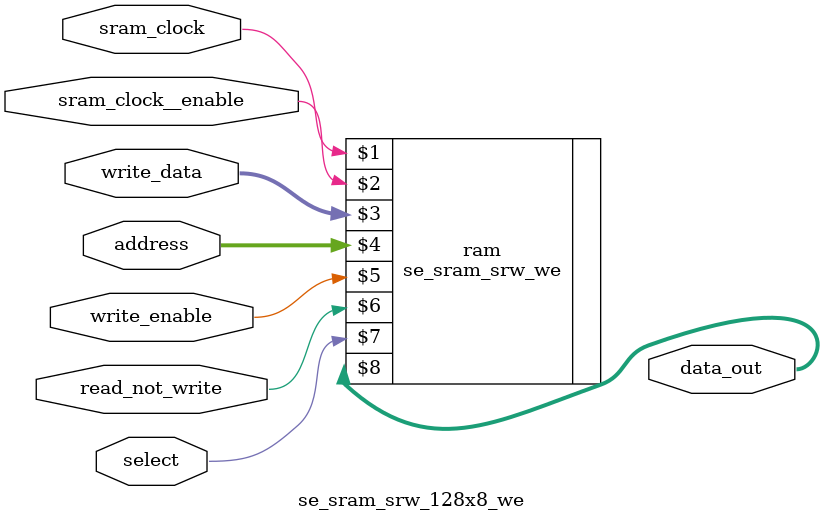
<source format=v>
module se_sram_srw_65536x16( sram_clock, sram_clock__enable, write_data, address, write_enable, read_not_write, select, data_out );
    parameter initfile="",address_width=16,data_width=16;
    input sram_clock, sram_clock__enable, select, read_not_write;
    input write_enable;
    input [address_width-1:0] address;
    input [data_width-1:0]    write_data;
    output [data_width-1:0]   data_out;
    se_sram_srw_we #(address_width,data_width,initfile) ram(sram_clock,sram_clock__enable,write_data,address, write_enable,read_not_write,select,data_out);
endmodule
//m se_sram_srw_65536x8
module se_sram_srw_65536x8( sram_clock, sram_clock__enable, write_data, address, write_enable, read_not_write, select, data_out );
    parameter initfile="",address_width=16,data_width=8;
    input sram_clock, sram_clock__enable, select, read_not_write;
    input write_enable;
    input [address_width-1:0] address;
    input [data_width-1:0]    write_data;
    output [data_width-1:0]   data_out;
    se_sram_srw_we #(address_width,data_width,initfile) ram(sram_clock,sram_clock__enable,write_data,address, write_enable,read_not_write,select,data_out);
endmodule
//m se_sram_srw_32768x64
module se_sram_srw_32768x64( sram_clock, sram_clock__enable, write_data, address, write_enable, read_not_write, select, data_out );
    parameter initfile="",address_width=15,data_width=64;
    input sram_clock, sram_clock__enable, select, read_not_write;
    input write_enable;
    input [address_width-1:0] address;
    input [data_width-1:0]    write_data;
    output [data_width-1:0]   data_out;
    se_sram_srw_we #(address_width,data_width,initfile) ram(sram_clock,sram_clock__enable,write_data,address, write_enable,read_not_write,select,data_out);
endmodule
//m se_sram_srw_32768x40
module se_sram_srw_32768x40( sram_clock, sram_clock__enable, write_data, address, write_enable, read_not_write, select, data_out );
    parameter initfile="",address_width=15,data_width=40;
    input sram_clock, sram_clock__enable, select, read_not_write;
    input write_enable;
    input [address_width-1:0] address;
    input [data_width-1:0]    write_data;
    output [data_width-1:0]   data_out;
    se_sram_srw_we #(address_width,data_width,initfile) ram(sram_clock,sram_clock__enable,write_data,address, write_enable,read_not_write,select,data_out);
endmodule
//m se_sram_srw_32768x32
module se_sram_srw_32768x32( sram_clock, sram_clock__enable, write_data, address, write_enable, read_not_write, select, data_out );
    parameter initfile="",address_width=15,data_width=32;
    input sram_clock, sram_clock__enable, select, read_not_write;
    input write_enable;
    input [address_width-1:0] address;
    input [data_width-1:0]    write_data;
    output [data_width-1:0]   data_out;
    se_sram_srw_we #(address_width,data_width,initfile) ram(sram_clock,sram_clock__enable,write_data,address, write_enable,read_not_write,select,data_out);
endmodule
//m se_sram_srw_16384x40
module se_sram_srw_16384x40( sram_clock, sram_clock__enable, write_data, address, read_not_write, select, data_out );
    parameter initfile="",address_width=14,data_width=40;
    input sram_clock, sram_clock__enable, select, read_not_write;
    input [address_width-1:0] address;
    input [data_width-1:0]    write_data;
    output [data_width-1:0]   data_out;
    se_sram_srw #(address_width,data_width,initfile) ram(sram_clock,sram_clock__enable,write_data,address,read_not_write,select,data_out);
endmodule
//m se_sram_srw_16384x8
module se_sram_srw_16384x8( sram_clock, sram_clock__enable, write_data, address, read_not_write, select, data_out );
    parameter initfile="",address_width=14,data_width=8;
    input sram_clock, sram_clock__enable, select, read_not_write;
    input [address_width-1:0] address;
    input [data_width-1:0]    write_data;
    output [data_width-1:0]   data_out;
    se_sram_srw #(address_width,data_width,initfile) ram(sram_clock,sram_clock__enable,write_data,address,read_not_write,select,data_out);
endmodule
//m se_sram_srw_16384x32_we8
module se_sram_srw_16384x32_we8( sram_clock, sram_clock__enable, write_data, address, write_enable, read_not_write, select, data_out );
    parameter initfile="",address_width=14,data_width=32;
    input sram_clock, sram_clock__enable, select, read_not_write;
    input [3:0]write_enable;
    input [address_width-1:0] address;
    input [data_width-1:0]    write_data;
    output [data_width-1:0]   data_out;
    se_sram_srw_we #(address_width,data_width,initfile) ram(sram_clock,sram_clock__enable,write_data,address, write_enable,read_not_write,select,data_out);
endmodule
//m se_sram_srw_256x40
module se_sram_srw_256x40( sram_clock, sram_clock__enable, write_data, address, read_not_write, select, data_out );
    parameter initfile="",address_width=8,data_width=40;
    input sram_clock, sram_clock__enable, select, read_not_write;
    input [address_width-1:0] address;
    input [data_width-1:0]    write_data;
    output [data_width-1:0]   data_out;
    se_sram_srw #(address_width,data_width,initfile) ram(sram_clock,sram_clock__enable,write_data,address,read_not_write,select,data_out);
endmodule
//m se_sram_srw_256x7
module se_sram_srw_256x7( sram_clock, sram_clock__enable, write_data, address, read_not_write, select, data_out );
    parameter initfile="",address_width=8,data_width=7;
    input sram_clock, sram_clock__enable, select, read_not_write;
    input [address_width-1:0] address;
    input [data_width-1:0]    write_data;
    output [data_width-1:0]   data_out;
    se_sram_srw #(address_width,data_width,initfile) ram(sram_clock,sram_clock__enable,write_data,address,read_not_write,select,data_out);
endmodule
//m se_sram_srw_128x64
module se_sram_srw_128x64( sram_clock, sram_clock__enable, write_data, address, write_enable, read_not_write, select, data_out );
    parameter initfile="",address_width=7,data_width=64;
    input sram_clock, sram_clock__enable, select, read_not_write;
    input write_enable;
    input [address_width-1:0] address;
    input [data_width-1:0]    write_data;
    output [data_width-1:0]   data_out;
    se_sram_srw_we #(address_width,data_width,initfile) ram(sram_clock,sram_clock__enable,write_data,address, write_enable,read_not_write,select,data_out);
endmodule
//m se_sram_srw_128x45
module se_sram_srw_128x45( sram_clock, sram_clock__enable, write_data, address, read_not_write, select, data_out );
    parameter initfile="",address_width=7,data_width=45;
    input sram_clock, sram_clock__enable, select, read_not_write;
    input [address_width-1:0] address;
    input [data_width-1:0]    write_data;
    output [data_width-1:0]   data_out;
    se_sram_srw #(address_width,data_width,initfile) ram(sram_clock,sram_clock__enable,write_data,address,read_not_write,select,data_out);
endmodule
//m se_sram_srw_128x8_we
module se_sram_srw_128x8_we( sram_clock, sram_clock__enable, write_data, address, write_enable, read_not_write, select, data_out );
    parameter initfile="",address_width=7,data_width=8;
    input sram_clock, sram_clock__enable, select, read_not_write;
    input write_enable;
    input [address_width-1:0] address;
    input [data_width-1:0]    write_data;
    output [data_width-1:0]   data_out;
    se_sram_srw_we #(address_width,data_width,initfile) ram(sram_clock,sram_clock__enable,write_data,address, write_enable,read_not_write,select,data_out);
endmodule

</source>
